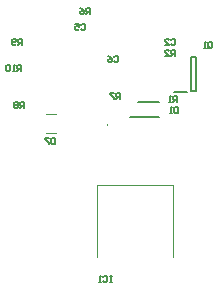
<source format=gbo>
G04*
G04 #@! TF.GenerationSoftware,Altium Limited,Altium Designer,19.1.7 (138)*
G04*
G04 Layer_Color=32896*
%FSLAX24Y24*%
%MOIN*%
G70*
G01*
G75*
%ADD10C,0.0079*%
%ADD11C,0.0039*%
%ADD12C,0.0050*%
%ADD44C,0.0027*%
D10*
X5615Y-5504D02*
X6285D01*
X5332Y-5996D02*
X6285D01*
X7361Y-5121D02*
X7539D01*
Y-3979D01*
X7361D02*
X7539D01*
X7361Y-5121D02*
Y-3979D01*
X6810Y-5141D02*
X7224D01*
D11*
X4220Y-10652D02*
Y-8250D01*
X6780D01*
Y-10652D02*
Y-8250D01*
X2543Y-6515D02*
X2857D01*
X2543Y-5885D02*
X2857D01*
D12*
X4750Y-11300D02*
X4683D01*
X4717D01*
Y-11500D01*
X4750D01*
X4683D01*
X4450Y-11333D02*
X4483Y-11300D01*
X4550D01*
X4583Y-11333D01*
Y-11467D01*
X4550Y-11500D01*
X4483D01*
X4450Y-11467D01*
X4383Y-11500D02*
X4317D01*
X4350D01*
Y-11300D01*
X4383Y-11333D01*
X6950Y-5650D02*
Y-5850D01*
X6850D01*
X6817Y-5817D01*
Y-5683D01*
X6850Y-5650D01*
X6950D01*
X6750Y-5850D02*
X6683D01*
X6717D01*
Y-5650D01*
X6750Y-5683D01*
X6900Y-5500D02*
Y-5300D01*
X6800D01*
X6767Y-5333D01*
Y-5400D01*
X6800Y-5433D01*
X6900D01*
X6833D02*
X6767Y-5500D01*
X6700D02*
X6633D01*
X6667D01*
Y-5300D01*
X6700Y-5333D01*
X6717Y-3433D02*
X6750Y-3400D01*
X6817D01*
X6850Y-3433D01*
Y-3567D01*
X6817Y-3600D01*
X6750D01*
X6717Y-3567D01*
X6517Y-3600D02*
X6650D01*
X6517Y-3467D01*
Y-3433D01*
X6550Y-3400D01*
X6617D01*
X6650Y-3433D01*
X6850Y-3950D02*
Y-3750D01*
X6750D01*
X6717Y-3783D01*
Y-3850D01*
X6750Y-3883D01*
X6850D01*
X6783D02*
X6717Y-3950D01*
X6517D02*
X6650D01*
X6517Y-3817D01*
Y-3783D01*
X6550Y-3750D01*
X6617D01*
X6650Y-3783D01*
X1750Y-3600D02*
Y-3400D01*
X1650D01*
X1617Y-3433D01*
Y-3500D01*
X1650Y-3533D01*
X1750D01*
X1683D02*
X1617Y-3600D01*
X1550Y-3567D02*
X1517Y-3600D01*
X1450D01*
X1417Y-3567D01*
Y-3433D01*
X1450Y-3400D01*
X1517D01*
X1550Y-3433D01*
Y-3467D01*
X1517Y-3500D01*
X1417D01*
X1700Y-4450D02*
Y-4250D01*
X1600D01*
X1567Y-4283D01*
Y-4350D01*
X1600Y-4383D01*
X1700D01*
X1633D02*
X1567Y-4450D01*
X1500D02*
X1433D01*
X1467D01*
Y-4250D01*
X1500Y-4283D01*
X1333D02*
X1300Y-4250D01*
X1233D01*
X1200Y-4283D01*
Y-4417D01*
X1233Y-4450D01*
X1300D01*
X1333Y-4417D01*
Y-4283D01*
X2850Y-6700D02*
Y-6900D01*
X2750D01*
X2717Y-6867D01*
Y-6733D01*
X2750Y-6700D01*
X2850D01*
X2650D02*
X2517D01*
Y-6733D01*
X2650Y-6867D01*
Y-6900D01*
X1800Y-5700D02*
Y-5500D01*
X1700D01*
X1667Y-5533D01*
Y-5600D01*
X1700Y-5633D01*
X1800D01*
X1733D02*
X1667Y-5700D01*
X1600Y-5533D02*
X1567Y-5500D01*
X1500D01*
X1467Y-5533D01*
Y-5567D01*
X1500Y-5600D01*
X1467Y-5633D01*
Y-5667D01*
X1500Y-5700D01*
X1567D01*
X1600Y-5667D01*
Y-5633D01*
X1567Y-5600D01*
X1600Y-5567D01*
Y-5533D01*
X1567Y-5600D02*
X1500D01*
X5000Y-5400D02*
Y-5200D01*
X4900D01*
X4867Y-5233D01*
Y-5300D01*
X4900Y-5333D01*
X5000D01*
X4933D02*
X4867Y-5400D01*
X4800Y-5200D02*
X4667D01*
Y-5233D01*
X4800Y-5367D01*
Y-5400D01*
X4817Y-3983D02*
X4850Y-3950D01*
X4917D01*
X4950Y-3983D01*
Y-4117D01*
X4917Y-4150D01*
X4850D01*
X4817Y-4117D01*
X4617Y-3950D02*
X4683Y-3983D01*
X4750Y-4050D01*
Y-4117D01*
X4717Y-4150D01*
X4650D01*
X4617Y-4117D01*
Y-4083D01*
X4650Y-4050D01*
X4750D01*
X3717Y-2933D02*
X3750Y-2900D01*
X3817D01*
X3850Y-2933D01*
Y-3067D01*
X3817Y-3100D01*
X3750D01*
X3717Y-3067D01*
X3517Y-2900D02*
X3650D01*
Y-3000D01*
X3583Y-2967D01*
X3550D01*
X3517Y-3000D01*
Y-3067D01*
X3550Y-3100D01*
X3617D01*
X3650Y-3067D01*
X4000Y-2550D02*
Y-2350D01*
X3900D01*
X3867Y-2383D01*
Y-2450D01*
X3900Y-2483D01*
X4000D01*
X3933D02*
X3867Y-2550D01*
X3667Y-2350D02*
X3733Y-2383D01*
X3800Y-2450D01*
Y-2517D01*
X3767Y-2550D01*
X3700D01*
X3667Y-2517D01*
Y-2483D01*
X3700Y-2450D01*
X3800D01*
X7947Y-3657D02*
Y-3523D01*
X7980Y-3490D01*
X8047D01*
X8080Y-3523D01*
Y-3657D01*
X8047Y-3690D01*
X7980D01*
X8013Y-3623D02*
X7947Y-3690D01*
X7980D02*
X7947Y-3657D01*
X7880Y-3690D02*
X7813D01*
X7847D01*
Y-3490D01*
X7880Y-3523D01*
D44*
X4591Y-6236D02*
G03*
X4591Y-6263I0J-13D01*
G01*
D02*
G03*
X4591Y-6236I0J13D01*
G01*
M02*

</source>
